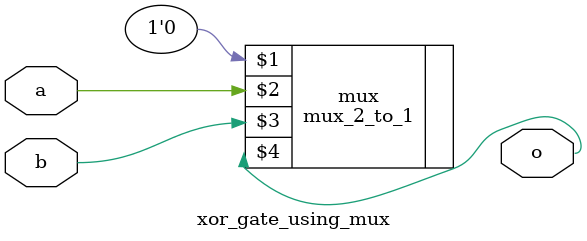
<source format=v>
module xor_gate_using_mux
(
    input  a,
    input  b,
    output o
);

    mux_2_to_1 mux (1'b0, a, b, o);

endmodule


</source>
